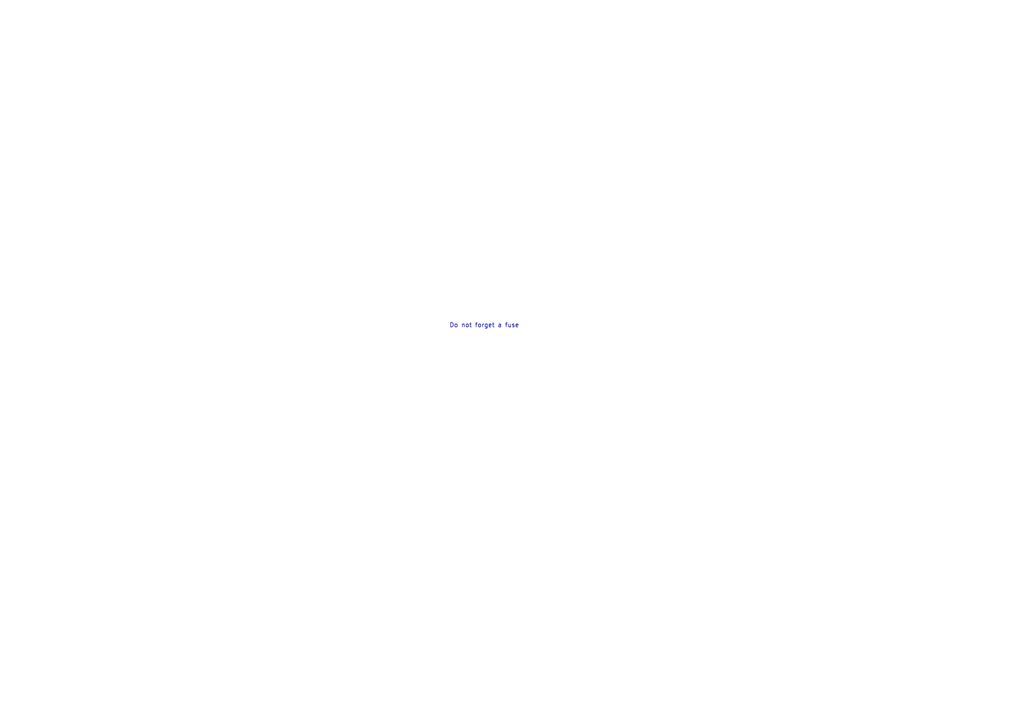
<source format=kicad_sch>
(kicad_sch
	(version 20231120)
	(generator "eeschema")
	(generator_version "8.0")
	(uuid "e047b07e-03a6-4e83-b481-a3e3ea34468d")
	(paper "A4")
	(lib_symbols)
	(text "Do not forget a fuse"
		(exclude_from_sim no)
		(at 140.462 94.488 0)
		(effects
			(font
				(size 1.27 1.27)
			)
		)
		(uuid "8cdeb37d-f573-4658-ad88-9eb734836ff3")
	)
)

</source>
